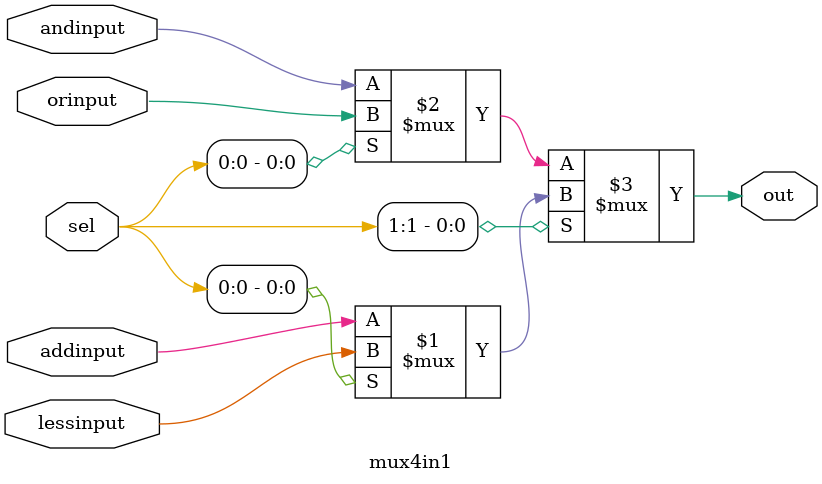
<source format=v>
`timescale 1ns / 1ps


module mux4in1(
       input andinput,
       input orinput,
       input addinput,
       input lessinput,
       input [1:0] sel,
       output out
    );
    
    assign out = sel[1] ? (sel[0] ? lessinput : addinput ):(sel[0] ? orinput : andinput);
endmodule

</source>
